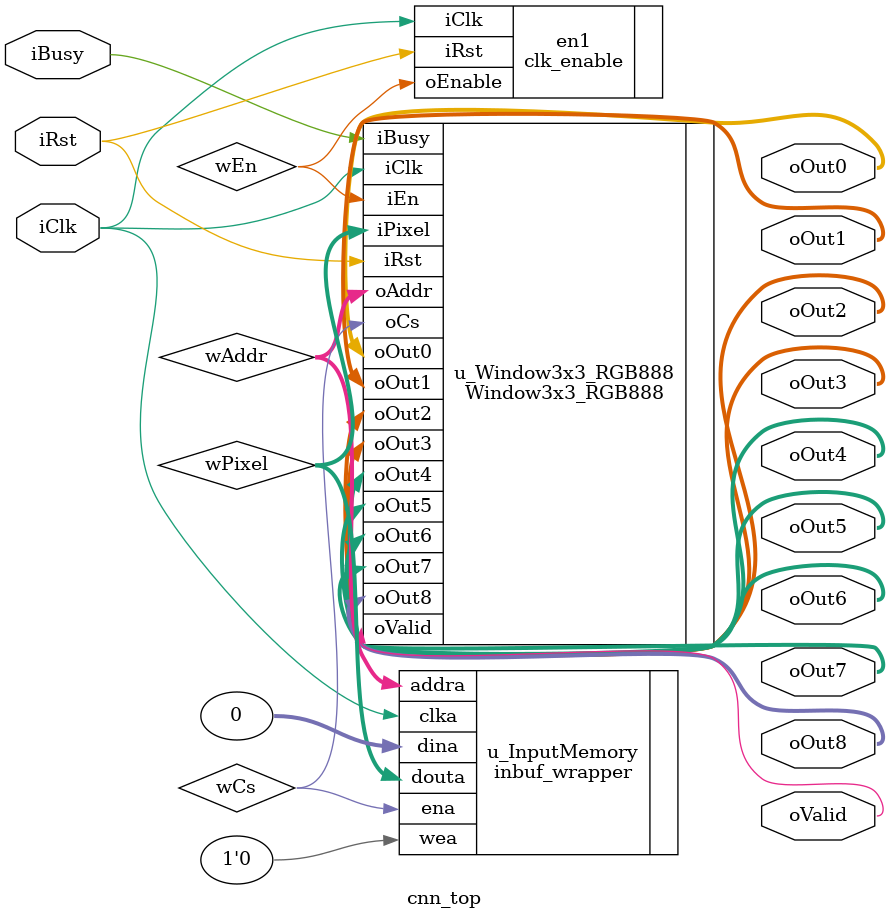
<source format=v>
module cnn_top (
	input iClk,
	input iRst,

	input iBusy,

	output [23:0] oOut0,
	output [23:0] oOut1,
	output [23:0] oOut2,
	output [23:0] oOut3,
	output [23:0] oOut4,
	output [23:0] oOut5,
	output [23:0] oOut6,
	output [23:0] oOut7,
	output [23:0] oOut8,
	output oValid
);

localparam DATA_W = 24;
localparam ADDR_W = 17;
localparam WIDTH = 40;
localparam HEIGHT = 272;
localparam DEPTH  = WIDTH * HEIGHT;

wire wEn;

clk_enable en1(
    .iClk(iClk),
	.iRst(iRst),
	.oEnable(wEn)
);

wire wCs;
wire [ADDR_W-1 : 0] wAddr;
wire [DATA_W-1 : 0] wPixel;

Window3x3_RGB888#(
    .DATA_W(DATA_W),
	.ADDR_W(ADDR_W),
	.WIDTH(WIDTH),
	.HEIGHT(HEIGHT),
	.DEPTH(DEPTH)
)u_Window3x3_RGB888(
	.iClk(iClk),
	.iRst(iRst),
	.iEn(wEn),

	/*for bram*/
	.oCs(wCs),
	.oAddr(wAddr),
	.iPixel(wPixel),

	/*next block 3x3 pixel */
	.oOut0(oOut0),
	.oOut1(oOut1),
	.oOut2(oOut2),
	.oOut3(oOut3),
	.oOut4(oOut4),
	.oOut5(oOut5),
	.oOut6(oOut6),
	.oOut7(oOut7),
	.oOut8(oOut8),
	.oValid(oValid),

	/*mac wait*/
	.iBusy(iBusy)
);

inbuf_wrapper #(
  	.DATA_W(DATA_W),
	.ADDR_W(ADDR_W),
	.DEPTH(DEPTH)
) u_InputMemory(
  	.clka  (iClk),
	.ena   (wCs),
	.wea   (1'b0),//읽기모드
	.addra (wAddr),
	.dina  (0),//읽기모드
	.douta (wPixel)
);

endmodule
</source>
